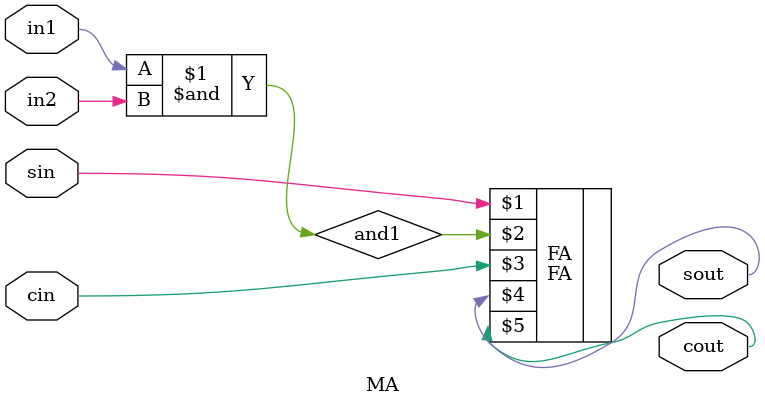
<source format=v>
module multiplier (A, B, P);
input [7:0] A, B;
output [15:0] P; //product
wire [7:0] Cout, Sout0, Sout1, Sout2, Sout3, Sout4, Sout5, Sout6, Sout7; 


MA8_line line0(.A(A), .B(B[0]), .Sin(8'b0), .Cout(Cout[0]), .Sout(Sout0));
MA8_line line1(.A(A), .B(B[1]), .Sin({Cout[0], Sout0[7:1]}), .Cout(Cout[1]), .Sout(Sout1));
MA8_line line2(.A(A), .B(B[2]), .Sin({Cout[1], Sout1[7:1]}), .Cout(Cout[2]), .Sout(Sout2));
MA8_line line3(.A(A), .B(B[3]), .Sin({Cout[2], Sout2[7:1]}), .Cout(Cout[3]), .Sout(Sout3));
MA8_line line4(.A(A), .B(B[4]), .Sin({Cout[3], Sout3[7:1]}), .Cout(Cout[4]), .Sout(Sout4));
MA8_line line5(.A(A), .B(B[5]), .Sin({Cout[4], Sout4[7:1]}), .Cout(Cout[5]), .Sout(Sout5));
MA8_line line6(.A(A), .B(B[6]), .Sin({Cout[5], Sout5[7:1]}), .Cout(Cout[6]), .Sout(Sout6));
MA8_line line7(.A(A), .B(B[7]), .Sin({Cout[6], Sout6[7:1]}), .Cout(Cout[7]), .Sout(Sout7));

assign P = {Cout[7], Sout7, Sout6[0], Sout5[0], Sout4[0], Sout3[0], Sout2[0], Sout1[0], Sout0[0]};
endmodule

module MA8_line(A, B, Sin, Cout, Sout);
input [7:0] A, Sin;
input B;
output [7:0] Sout;
output Cout;
wire [6:0] C;

MA MA0(.in1(A[0]), .in2(B), .cin(1'b0), .sin(Sin[0]), .cout(C[0]), .sout(Sout[0]));
MA MA1(.in1(A[1]), .in2(B), .cin(C[0]), .sin(Sin[1]), .cout(C[1]), .sout(Sout[1]));
MA MA2(.in1(A[2]), .in2(B), .cin(C[1]), .sin(Sin[2]), .cout(C[2]), .sout(Sout[2]));
MA MA3(.in1(A[3]), .in2(B), .cin(C[2]), .sin(Sin[3]), .cout(C[3]), .sout(Sout[3]));
MA MA4(.in1(A[4]), .in2(B), .cin(C[3]), .sin(Sin[4]), .cout(C[4]), .sout(Sout[4]));
MA MA5(.in1(A[5]), .in2(B), .cin(C[4]), .sin(Sin[5]), .cout(C[5]), .sout(Sout[5]));
MA MA6(.in1(A[6]), .in2(B), .cin(C[5]), .sin(Sin[6]), .cout(C[6]), .sout(Sout[6]));
MA MA7(.in1(A[7]), .in2(B), .cin(C[6]), .sin(Sin[7]), .cout(Cout), .sout(Sout[7]));
endmodule

module MA(in1, in2, cin, sin, cout, sout); //1bit multiply adder
input in1, in2, cin, sin;
output cout, sout;
wire and1;

and(and1, in1, in2);
FA FA(sin, and1, cin, sout, cout);

endmodule


</source>
